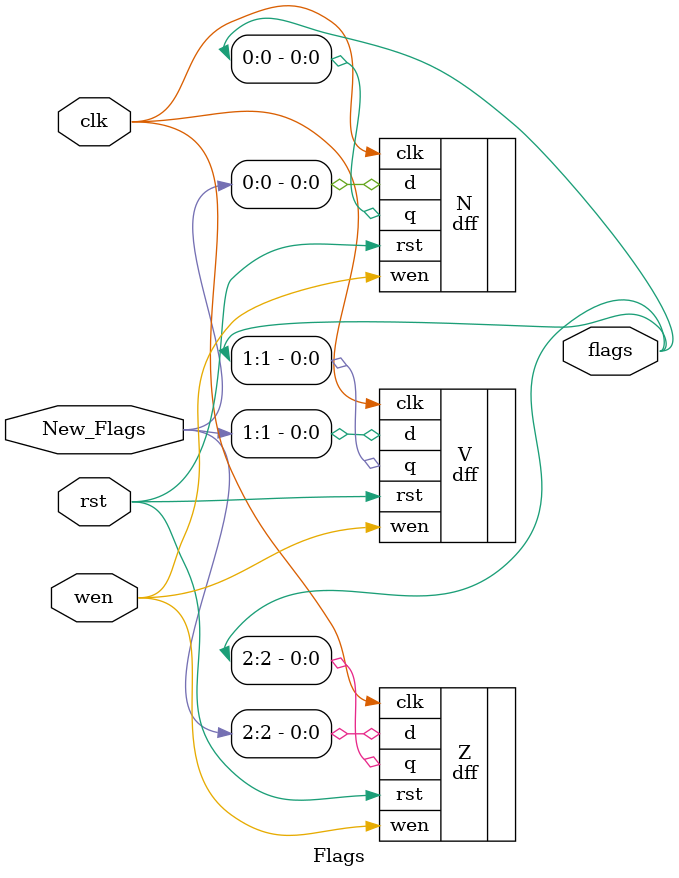
<source format=v>
module Flags(output [2:0] flags, input clk, input rst, input wen, input [2:0] New_Flags);

dff Z(.q(flags[2]), .d(New_Flags[2]), .wen(wen), .clk(clk), .rst(rst));
dff V(.q(flags[1]), .d(New_Flags[1]), .wen(wen), .clk(clk), .rst(rst)); // flags[2] = Z; flags[1] = V; flags[0] = N
dff N(.q(flags[0]), .d(New_Flags[0]), .wen(wen), .clk(clk), .rst(rst));



endmodule

</source>
